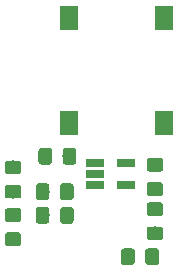
<source format=gbr>
G04 #@! TF.GenerationSoftware,KiCad,Pcbnew,(5.0.2)-1*
G04 #@! TF.CreationDate,2020-08-24T11:05:20+02:00*
G04 #@! TF.ProjectId,TinkerShieldPaddle,54696e6b-6572-4536-9869-656c64506164,rev?*
G04 #@! TF.SameCoordinates,Original*
G04 #@! TF.FileFunction,Paste,Bot*
G04 #@! TF.FilePolarity,Positive*
%FSLAX46Y46*%
G04 Gerber Fmt 4.6, Leading zero omitted, Abs format (unit mm)*
G04 Created by KiCad (PCBNEW (5.0.2)-1) date 24.08.2020 11:05:20*
%MOMM*%
%LPD*%
G01*
G04 APERTURE LIST*
%ADD10R,1.500000X2.000000*%
%ADD11C,0.100000*%
%ADD12C,1.150000*%
%ADD13R,1.560000X0.650000*%
G04 APERTURE END LIST*
D10*
G04 #@! TO.C,J3*
X164250000Y-130700000D03*
X156250000Y-130700000D03*
X156250000Y-121800000D03*
X164250000Y-121800000D03*
G04 #@! TD*
D11*
G04 #@! TO.C,D2*
G36*
X151974505Y-133876204D02*
X151998773Y-133879804D01*
X152022572Y-133885765D01*
X152045671Y-133894030D01*
X152067850Y-133904520D01*
X152088893Y-133917132D01*
X152108599Y-133931747D01*
X152126777Y-133948223D01*
X152143253Y-133966401D01*
X152157868Y-133986107D01*
X152170480Y-134007150D01*
X152180970Y-134029329D01*
X152189235Y-134052428D01*
X152195196Y-134076227D01*
X152198796Y-134100495D01*
X152200000Y-134124999D01*
X152200000Y-134775001D01*
X152198796Y-134799505D01*
X152195196Y-134823773D01*
X152189235Y-134847572D01*
X152180970Y-134870671D01*
X152170480Y-134892850D01*
X152157868Y-134913893D01*
X152143253Y-134933599D01*
X152126777Y-134951777D01*
X152108599Y-134968253D01*
X152088893Y-134982868D01*
X152067850Y-134995480D01*
X152045671Y-135005970D01*
X152022572Y-135014235D01*
X151998773Y-135020196D01*
X151974505Y-135023796D01*
X151950001Y-135025000D01*
X151049999Y-135025000D01*
X151025495Y-135023796D01*
X151001227Y-135020196D01*
X150977428Y-135014235D01*
X150954329Y-135005970D01*
X150932150Y-134995480D01*
X150911107Y-134982868D01*
X150891401Y-134968253D01*
X150873223Y-134951777D01*
X150856747Y-134933599D01*
X150842132Y-134913893D01*
X150829520Y-134892850D01*
X150819030Y-134870671D01*
X150810765Y-134847572D01*
X150804804Y-134823773D01*
X150801204Y-134799505D01*
X150800000Y-134775001D01*
X150800000Y-134124999D01*
X150801204Y-134100495D01*
X150804804Y-134076227D01*
X150810765Y-134052428D01*
X150819030Y-134029329D01*
X150829520Y-134007150D01*
X150842132Y-133986107D01*
X150856747Y-133966401D01*
X150873223Y-133948223D01*
X150891401Y-133931747D01*
X150911107Y-133917132D01*
X150932150Y-133904520D01*
X150954329Y-133894030D01*
X150977428Y-133885765D01*
X151001227Y-133879804D01*
X151025495Y-133876204D01*
X151049999Y-133875000D01*
X151950001Y-133875000D01*
X151974505Y-133876204D01*
X151974505Y-133876204D01*
G37*
D12*
X151500000Y-134450000D03*
D11*
G36*
X151974505Y-135926204D02*
X151998773Y-135929804D01*
X152022572Y-135935765D01*
X152045671Y-135944030D01*
X152067850Y-135954520D01*
X152088893Y-135967132D01*
X152108599Y-135981747D01*
X152126777Y-135998223D01*
X152143253Y-136016401D01*
X152157868Y-136036107D01*
X152170480Y-136057150D01*
X152180970Y-136079329D01*
X152189235Y-136102428D01*
X152195196Y-136126227D01*
X152198796Y-136150495D01*
X152200000Y-136174999D01*
X152200000Y-136825001D01*
X152198796Y-136849505D01*
X152195196Y-136873773D01*
X152189235Y-136897572D01*
X152180970Y-136920671D01*
X152170480Y-136942850D01*
X152157868Y-136963893D01*
X152143253Y-136983599D01*
X152126777Y-137001777D01*
X152108599Y-137018253D01*
X152088893Y-137032868D01*
X152067850Y-137045480D01*
X152045671Y-137055970D01*
X152022572Y-137064235D01*
X151998773Y-137070196D01*
X151974505Y-137073796D01*
X151950001Y-137075000D01*
X151049999Y-137075000D01*
X151025495Y-137073796D01*
X151001227Y-137070196D01*
X150977428Y-137064235D01*
X150954329Y-137055970D01*
X150932150Y-137045480D01*
X150911107Y-137032868D01*
X150891401Y-137018253D01*
X150873223Y-137001777D01*
X150856747Y-136983599D01*
X150842132Y-136963893D01*
X150829520Y-136942850D01*
X150819030Y-136920671D01*
X150810765Y-136897572D01*
X150804804Y-136873773D01*
X150801204Y-136849505D01*
X150800000Y-136825001D01*
X150800000Y-136174999D01*
X150801204Y-136150495D01*
X150804804Y-136126227D01*
X150810765Y-136102428D01*
X150819030Y-136079329D01*
X150829520Y-136057150D01*
X150842132Y-136036107D01*
X150856747Y-136016401D01*
X150873223Y-135998223D01*
X150891401Y-135981747D01*
X150911107Y-135967132D01*
X150932150Y-135954520D01*
X150954329Y-135944030D01*
X150977428Y-135935765D01*
X151001227Y-135929804D01*
X151025495Y-135926204D01*
X151049999Y-135925000D01*
X151950001Y-135925000D01*
X151974505Y-135926204D01*
X151974505Y-135926204D01*
G37*
D12*
X151500000Y-136500000D03*
G04 #@! TD*
D11*
G04 #@! TO.C,D1*
G36*
X151974505Y-139951204D02*
X151998773Y-139954804D01*
X152022572Y-139960765D01*
X152045671Y-139969030D01*
X152067850Y-139979520D01*
X152088893Y-139992132D01*
X152108599Y-140006747D01*
X152126777Y-140023223D01*
X152143253Y-140041401D01*
X152157868Y-140061107D01*
X152170480Y-140082150D01*
X152180970Y-140104329D01*
X152189235Y-140127428D01*
X152195196Y-140151227D01*
X152198796Y-140175495D01*
X152200000Y-140199999D01*
X152200000Y-140850001D01*
X152198796Y-140874505D01*
X152195196Y-140898773D01*
X152189235Y-140922572D01*
X152180970Y-140945671D01*
X152170480Y-140967850D01*
X152157868Y-140988893D01*
X152143253Y-141008599D01*
X152126777Y-141026777D01*
X152108599Y-141043253D01*
X152088893Y-141057868D01*
X152067850Y-141070480D01*
X152045671Y-141080970D01*
X152022572Y-141089235D01*
X151998773Y-141095196D01*
X151974505Y-141098796D01*
X151950001Y-141100000D01*
X151049999Y-141100000D01*
X151025495Y-141098796D01*
X151001227Y-141095196D01*
X150977428Y-141089235D01*
X150954329Y-141080970D01*
X150932150Y-141070480D01*
X150911107Y-141057868D01*
X150891401Y-141043253D01*
X150873223Y-141026777D01*
X150856747Y-141008599D01*
X150842132Y-140988893D01*
X150829520Y-140967850D01*
X150819030Y-140945671D01*
X150810765Y-140922572D01*
X150804804Y-140898773D01*
X150801204Y-140874505D01*
X150800000Y-140850001D01*
X150800000Y-140199999D01*
X150801204Y-140175495D01*
X150804804Y-140151227D01*
X150810765Y-140127428D01*
X150819030Y-140104329D01*
X150829520Y-140082150D01*
X150842132Y-140061107D01*
X150856747Y-140041401D01*
X150873223Y-140023223D01*
X150891401Y-140006747D01*
X150911107Y-139992132D01*
X150932150Y-139979520D01*
X150954329Y-139969030D01*
X150977428Y-139960765D01*
X151001227Y-139954804D01*
X151025495Y-139951204D01*
X151049999Y-139950000D01*
X151950001Y-139950000D01*
X151974505Y-139951204D01*
X151974505Y-139951204D01*
G37*
D12*
X151500000Y-140525000D03*
D11*
G36*
X151974505Y-137901204D02*
X151998773Y-137904804D01*
X152022572Y-137910765D01*
X152045671Y-137919030D01*
X152067850Y-137929520D01*
X152088893Y-137942132D01*
X152108599Y-137956747D01*
X152126777Y-137973223D01*
X152143253Y-137991401D01*
X152157868Y-138011107D01*
X152170480Y-138032150D01*
X152180970Y-138054329D01*
X152189235Y-138077428D01*
X152195196Y-138101227D01*
X152198796Y-138125495D01*
X152200000Y-138149999D01*
X152200000Y-138800001D01*
X152198796Y-138824505D01*
X152195196Y-138848773D01*
X152189235Y-138872572D01*
X152180970Y-138895671D01*
X152170480Y-138917850D01*
X152157868Y-138938893D01*
X152143253Y-138958599D01*
X152126777Y-138976777D01*
X152108599Y-138993253D01*
X152088893Y-139007868D01*
X152067850Y-139020480D01*
X152045671Y-139030970D01*
X152022572Y-139039235D01*
X151998773Y-139045196D01*
X151974505Y-139048796D01*
X151950001Y-139050000D01*
X151049999Y-139050000D01*
X151025495Y-139048796D01*
X151001227Y-139045196D01*
X150977428Y-139039235D01*
X150954329Y-139030970D01*
X150932150Y-139020480D01*
X150911107Y-139007868D01*
X150891401Y-138993253D01*
X150873223Y-138976777D01*
X150856747Y-138958599D01*
X150842132Y-138938893D01*
X150829520Y-138917850D01*
X150819030Y-138895671D01*
X150810765Y-138872572D01*
X150804804Y-138848773D01*
X150801204Y-138824505D01*
X150800000Y-138800001D01*
X150800000Y-138149999D01*
X150801204Y-138125495D01*
X150804804Y-138101227D01*
X150810765Y-138077428D01*
X150819030Y-138054329D01*
X150829520Y-138032150D01*
X150842132Y-138011107D01*
X150856747Y-137991401D01*
X150873223Y-137973223D01*
X150891401Y-137956747D01*
X150911107Y-137942132D01*
X150932150Y-137929520D01*
X150954329Y-137919030D01*
X150977428Y-137910765D01*
X151001227Y-137904804D01*
X151025495Y-137901204D01*
X151049999Y-137900000D01*
X151950001Y-137900000D01*
X151974505Y-137901204D01*
X151974505Y-137901204D01*
G37*
D12*
X151500000Y-138475000D03*
G04 #@! TD*
D11*
G04 #@! TO.C,C2*
G36*
X156624505Y-132801204D02*
X156648773Y-132804804D01*
X156672572Y-132810765D01*
X156695671Y-132819030D01*
X156717850Y-132829520D01*
X156738893Y-132842132D01*
X156758599Y-132856747D01*
X156776777Y-132873223D01*
X156793253Y-132891401D01*
X156807868Y-132911107D01*
X156820480Y-132932150D01*
X156830970Y-132954329D01*
X156839235Y-132977428D01*
X156845196Y-133001227D01*
X156848796Y-133025495D01*
X156850000Y-133049999D01*
X156850000Y-133950001D01*
X156848796Y-133974505D01*
X156845196Y-133998773D01*
X156839235Y-134022572D01*
X156830970Y-134045671D01*
X156820480Y-134067850D01*
X156807868Y-134088893D01*
X156793253Y-134108599D01*
X156776777Y-134126777D01*
X156758599Y-134143253D01*
X156738893Y-134157868D01*
X156717850Y-134170480D01*
X156695671Y-134180970D01*
X156672572Y-134189235D01*
X156648773Y-134195196D01*
X156624505Y-134198796D01*
X156600001Y-134200000D01*
X155949999Y-134200000D01*
X155925495Y-134198796D01*
X155901227Y-134195196D01*
X155877428Y-134189235D01*
X155854329Y-134180970D01*
X155832150Y-134170480D01*
X155811107Y-134157868D01*
X155791401Y-134143253D01*
X155773223Y-134126777D01*
X155756747Y-134108599D01*
X155742132Y-134088893D01*
X155729520Y-134067850D01*
X155719030Y-134045671D01*
X155710765Y-134022572D01*
X155704804Y-133998773D01*
X155701204Y-133974505D01*
X155700000Y-133950001D01*
X155700000Y-133049999D01*
X155701204Y-133025495D01*
X155704804Y-133001227D01*
X155710765Y-132977428D01*
X155719030Y-132954329D01*
X155729520Y-132932150D01*
X155742132Y-132911107D01*
X155756747Y-132891401D01*
X155773223Y-132873223D01*
X155791401Y-132856747D01*
X155811107Y-132842132D01*
X155832150Y-132829520D01*
X155854329Y-132819030D01*
X155877428Y-132810765D01*
X155901227Y-132804804D01*
X155925495Y-132801204D01*
X155949999Y-132800000D01*
X156600001Y-132800000D01*
X156624505Y-132801204D01*
X156624505Y-132801204D01*
G37*
D12*
X156275000Y-133500000D03*
D11*
G36*
X154574505Y-132801204D02*
X154598773Y-132804804D01*
X154622572Y-132810765D01*
X154645671Y-132819030D01*
X154667850Y-132829520D01*
X154688893Y-132842132D01*
X154708599Y-132856747D01*
X154726777Y-132873223D01*
X154743253Y-132891401D01*
X154757868Y-132911107D01*
X154770480Y-132932150D01*
X154780970Y-132954329D01*
X154789235Y-132977428D01*
X154795196Y-133001227D01*
X154798796Y-133025495D01*
X154800000Y-133049999D01*
X154800000Y-133950001D01*
X154798796Y-133974505D01*
X154795196Y-133998773D01*
X154789235Y-134022572D01*
X154780970Y-134045671D01*
X154770480Y-134067850D01*
X154757868Y-134088893D01*
X154743253Y-134108599D01*
X154726777Y-134126777D01*
X154708599Y-134143253D01*
X154688893Y-134157868D01*
X154667850Y-134170480D01*
X154645671Y-134180970D01*
X154622572Y-134189235D01*
X154598773Y-134195196D01*
X154574505Y-134198796D01*
X154550001Y-134200000D01*
X153899999Y-134200000D01*
X153875495Y-134198796D01*
X153851227Y-134195196D01*
X153827428Y-134189235D01*
X153804329Y-134180970D01*
X153782150Y-134170480D01*
X153761107Y-134157868D01*
X153741401Y-134143253D01*
X153723223Y-134126777D01*
X153706747Y-134108599D01*
X153692132Y-134088893D01*
X153679520Y-134067850D01*
X153669030Y-134045671D01*
X153660765Y-134022572D01*
X153654804Y-133998773D01*
X153651204Y-133974505D01*
X153650000Y-133950001D01*
X153650000Y-133049999D01*
X153651204Y-133025495D01*
X153654804Y-133001227D01*
X153660765Y-132977428D01*
X153669030Y-132954329D01*
X153679520Y-132932150D01*
X153692132Y-132911107D01*
X153706747Y-132891401D01*
X153723223Y-132873223D01*
X153741401Y-132856747D01*
X153761107Y-132842132D01*
X153782150Y-132829520D01*
X153804329Y-132819030D01*
X153827428Y-132810765D01*
X153851227Y-132804804D01*
X153875495Y-132801204D01*
X153899999Y-132800000D01*
X154550001Y-132800000D01*
X154574505Y-132801204D01*
X154574505Y-132801204D01*
G37*
D12*
X154225000Y-133500000D03*
G04 #@! TD*
D11*
G04 #@! TO.C,C3*
G36*
X163974505Y-135701204D02*
X163998773Y-135704804D01*
X164022572Y-135710765D01*
X164045671Y-135719030D01*
X164067850Y-135729520D01*
X164088893Y-135742132D01*
X164108599Y-135756747D01*
X164126777Y-135773223D01*
X164143253Y-135791401D01*
X164157868Y-135811107D01*
X164170480Y-135832150D01*
X164180970Y-135854329D01*
X164189235Y-135877428D01*
X164195196Y-135901227D01*
X164198796Y-135925495D01*
X164200000Y-135949999D01*
X164200000Y-136600001D01*
X164198796Y-136624505D01*
X164195196Y-136648773D01*
X164189235Y-136672572D01*
X164180970Y-136695671D01*
X164170480Y-136717850D01*
X164157868Y-136738893D01*
X164143253Y-136758599D01*
X164126777Y-136776777D01*
X164108599Y-136793253D01*
X164088893Y-136807868D01*
X164067850Y-136820480D01*
X164045671Y-136830970D01*
X164022572Y-136839235D01*
X163998773Y-136845196D01*
X163974505Y-136848796D01*
X163950001Y-136850000D01*
X163049999Y-136850000D01*
X163025495Y-136848796D01*
X163001227Y-136845196D01*
X162977428Y-136839235D01*
X162954329Y-136830970D01*
X162932150Y-136820480D01*
X162911107Y-136807868D01*
X162891401Y-136793253D01*
X162873223Y-136776777D01*
X162856747Y-136758599D01*
X162842132Y-136738893D01*
X162829520Y-136717850D01*
X162819030Y-136695671D01*
X162810765Y-136672572D01*
X162804804Y-136648773D01*
X162801204Y-136624505D01*
X162800000Y-136600001D01*
X162800000Y-135949999D01*
X162801204Y-135925495D01*
X162804804Y-135901227D01*
X162810765Y-135877428D01*
X162819030Y-135854329D01*
X162829520Y-135832150D01*
X162842132Y-135811107D01*
X162856747Y-135791401D01*
X162873223Y-135773223D01*
X162891401Y-135756747D01*
X162911107Y-135742132D01*
X162932150Y-135729520D01*
X162954329Y-135719030D01*
X162977428Y-135710765D01*
X163001227Y-135704804D01*
X163025495Y-135701204D01*
X163049999Y-135700000D01*
X163950001Y-135700000D01*
X163974505Y-135701204D01*
X163974505Y-135701204D01*
G37*
D12*
X163500000Y-136275000D03*
D11*
G36*
X163974505Y-133651204D02*
X163998773Y-133654804D01*
X164022572Y-133660765D01*
X164045671Y-133669030D01*
X164067850Y-133679520D01*
X164088893Y-133692132D01*
X164108599Y-133706747D01*
X164126777Y-133723223D01*
X164143253Y-133741401D01*
X164157868Y-133761107D01*
X164170480Y-133782150D01*
X164180970Y-133804329D01*
X164189235Y-133827428D01*
X164195196Y-133851227D01*
X164198796Y-133875495D01*
X164200000Y-133899999D01*
X164200000Y-134550001D01*
X164198796Y-134574505D01*
X164195196Y-134598773D01*
X164189235Y-134622572D01*
X164180970Y-134645671D01*
X164170480Y-134667850D01*
X164157868Y-134688893D01*
X164143253Y-134708599D01*
X164126777Y-134726777D01*
X164108599Y-134743253D01*
X164088893Y-134757868D01*
X164067850Y-134770480D01*
X164045671Y-134780970D01*
X164022572Y-134789235D01*
X163998773Y-134795196D01*
X163974505Y-134798796D01*
X163950001Y-134800000D01*
X163049999Y-134800000D01*
X163025495Y-134798796D01*
X163001227Y-134795196D01*
X162977428Y-134789235D01*
X162954329Y-134780970D01*
X162932150Y-134770480D01*
X162911107Y-134757868D01*
X162891401Y-134743253D01*
X162873223Y-134726777D01*
X162856747Y-134708599D01*
X162842132Y-134688893D01*
X162829520Y-134667850D01*
X162819030Y-134645671D01*
X162810765Y-134622572D01*
X162804804Y-134598773D01*
X162801204Y-134574505D01*
X162800000Y-134550001D01*
X162800000Y-133899999D01*
X162801204Y-133875495D01*
X162804804Y-133851227D01*
X162810765Y-133827428D01*
X162819030Y-133804329D01*
X162829520Y-133782150D01*
X162842132Y-133761107D01*
X162856747Y-133741401D01*
X162873223Y-133723223D01*
X162891401Y-133706747D01*
X162911107Y-133692132D01*
X162932150Y-133679520D01*
X162954329Y-133669030D01*
X162977428Y-133660765D01*
X163001227Y-133654804D01*
X163025495Y-133651204D01*
X163049999Y-133650000D01*
X163950001Y-133650000D01*
X163974505Y-133651204D01*
X163974505Y-133651204D01*
G37*
D12*
X163500000Y-134225000D03*
G04 #@! TD*
D13*
G04 #@! TO.C,U2*
X158400000Y-135950000D03*
X158400000Y-135000000D03*
X158400000Y-134050000D03*
X161100000Y-134050000D03*
X161100000Y-135950000D03*
G04 #@! TD*
D11*
G04 #@! TO.C,R7*
G36*
X156399505Y-137801204D02*
X156423773Y-137804804D01*
X156447572Y-137810765D01*
X156470671Y-137819030D01*
X156492850Y-137829520D01*
X156513893Y-137842132D01*
X156533599Y-137856747D01*
X156551777Y-137873223D01*
X156568253Y-137891401D01*
X156582868Y-137911107D01*
X156595480Y-137932150D01*
X156605970Y-137954329D01*
X156614235Y-137977428D01*
X156620196Y-138001227D01*
X156623796Y-138025495D01*
X156625000Y-138049999D01*
X156625000Y-138950001D01*
X156623796Y-138974505D01*
X156620196Y-138998773D01*
X156614235Y-139022572D01*
X156605970Y-139045671D01*
X156595480Y-139067850D01*
X156582868Y-139088893D01*
X156568253Y-139108599D01*
X156551777Y-139126777D01*
X156533599Y-139143253D01*
X156513893Y-139157868D01*
X156492850Y-139170480D01*
X156470671Y-139180970D01*
X156447572Y-139189235D01*
X156423773Y-139195196D01*
X156399505Y-139198796D01*
X156375001Y-139200000D01*
X155724999Y-139200000D01*
X155700495Y-139198796D01*
X155676227Y-139195196D01*
X155652428Y-139189235D01*
X155629329Y-139180970D01*
X155607150Y-139170480D01*
X155586107Y-139157868D01*
X155566401Y-139143253D01*
X155548223Y-139126777D01*
X155531747Y-139108599D01*
X155517132Y-139088893D01*
X155504520Y-139067850D01*
X155494030Y-139045671D01*
X155485765Y-139022572D01*
X155479804Y-138998773D01*
X155476204Y-138974505D01*
X155475000Y-138950001D01*
X155475000Y-138049999D01*
X155476204Y-138025495D01*
X155479804Y-138001227D01*
X155485765Y-137977428D01*
X155494030Y-137954329D01*
X155504520Y-137932150D01*
X155517132Y-137911107D01*
X155531747Y-137891401D01*
X155548223Y-137873223D01*
X155566401Y-137856747D01*
X155586107Y-137842132D01*
X155607150Y-137829520D01*
X155629329Y-137819030D01*
X155652428Y-137810765D01*
X155676227Y-137804804D01*
X155700495Y-137801204D01*
X155724999Y-137800000D01*
X156375001Y-137800000D01*
X156399505Y-137801204D01*
X156399505Y-137801204D01*
G37*
D12*
X156050000Y-138500000D03*
D11*
G36*
X154349505Y-137801204D02*
X154373773Y-137804804D01*
X154397572Y-137810765D01*
X154420671Y-137819030D01*
X154442850Y-137829520D01*
X154463893Y-137842132D01*
X154483599Y-137856747D01*
X154501777Y-137873223D01*
X154518253Y-137891401D01*
X154532868Y-137911107D01*
X154545480Y-137932150D01*
X154555970Y-137954329D01*
X154564235Y-137977428D01*
X154570196Y-138001227D01*
X154573796Y-138025495D01*
X154575000Y-138049999D01*
X154575000Y-138950001D01*
X154573796Y-138974505D01*
X154570196Y-138998773D01*
X154564235Y-139022572D01*
X154555970Y-139045671D01*
X154545480Y-139067850D01*
X154532868Y-139088893D01*
X154518253Y-139108599D01*
X154501777Y-139126777D01*
X154483599Y-139143253D01*
X154463893Y-139157868D01*
X154442850Y-139170480D01*
X154420671Y-139180970D01*
X154397572Y-139189235D01*
X154373773Y-139195196D01*
X154349505Y-139198796D01*
X154325001Y-139200000D01*
X153674999Y-139200000D01*
X153650495Y-139198796D01*
X153626227Y-139195196D01*
X153602428Y-139189235D01*
X153579329Y-139180970D01*
X153557150Y-139170480D01*
X153536107Y-139157868D01*
X153516401Y-139143253D01*
X153498223Y-139126777D01*
X153481747Y-139108599D01*
X153467132Y-139088893D01*
X153454520Y-139067850D01*
X153444030Y-139045671D01*
X153435765Y-139022572D01*
X153429804Y-138998773D01*
X153426204Y-138974505D01*
X153425000Y-138950001D01*
X153425000Y-138049999D01*
X153426204Y-138025495D01*
X153429804Y-138001227D01*
X153435765Y-137977428D01*
X153444030Y-137954329D01*
X153454520Y-137932150D01*
X153467132Y-137911107D01*
X153481747Y-137891401D01*
X153498223Y-137873223D01*
X153516401Y-137856747D01*
X153536107Y-137842132D01*
X153557150Y-137829520D01*
X153579329Y-137819030D01*
X153602428Y-137810765D01*
X153626227Y-137804804D01*
X153650495Y-137801204D01*
X153674999Y-137800000D01*
X154325001Y-137800000D01*
X154349505Y-137801204D01*
X154349505Y-137801204D01*
G37*
D12*
X154000000Y-138500000D03*
G04 #@! TD*
D11*
G04 #@! TO.C,R8*
G36*
X154349505Y-135801204D02*
X154373773Y-135804804D01*
X154397572Y-135810765D01*
X154420671Y-135819030D01*
X154442850Y-135829520D01*
X154463893Y-135842132D01*
X154483599Y-135856747D01*
X154501777Y-135873223D01*
X154518253Y-135891401D01*
X154532868Y-135911107D01*
X154545480Y-135932150D01*
X154555970Y-135954329D01*
X154564235Y-135977428D01*
X154570196Y-136001227D01*
X154573796Y-136025495D01*
X154575000Y-136049999D01*
X154575000Y-136950001D01*
X154573796Y-136974505D01*
X154570196Y-136998773D01*
X154564235Y-137022572D01*
X154555970Y-137045671D01*
X154545480Y-137067850D01*
X154532868Y-137088893D01*
X154518253Y-137108599D01*
X154501777Y-137126777D01*
X154483599Y-137143253D01*
X154463893Y-137157868D01*
X154442850Y-137170480D01*
X154420671Y-137180970D01*
X154397572Y-137189235D01*
X154373773Y-137195196D01*
X154349505Y-137198796D01*
X154325001Y-137200000D01*
X153674999Y-137200000D01*
X153650495Y-137198796D01*
X153626227Y-137195196D01*
X153602428Y-137189235D01*
X153579329Y-137180970D01*
X153557150Y-137170480D01*
X153536107Y-137157868D01*
X153516401Y-137143253D01*
X153498223Y-137126777D01*
X153481747Y-137108599D01*
X153467132Y-137088893D01*
X153454520Y-137067850D01*
X153444030Y-137045671D01*
X153435765Y-137022572D01*
X153429804Y-136998773D01*
X153426204Y-136974505D01*
X153425000Y-136950001D01*
X153425000Y-136049999D01*
X153426204Y-136025495D01*
X153429804Y-136001227D01*
X153435765Y-135977428D01*
X153444030Y-135954329D01*
X153454520Y-135932150D01*
X153467132Y-135911107D01*
X153481747Y-135891401D01*
X153498223Y-135873223D01*
X153516401Y-135856747D01*
X153536107Y-135842132D01*
X153557150Y-135829520D01*
X153579329Y-135819030D01*
X153602428Y-135810765D01*
X153626227Y-135804804D01*
X153650495Y-135801204D01*
X153674999Y-135800000D01*
X154325001Y-135800000D01*
X154349505Y-135801204D01*
X154349505Y-135801204D01*
G37*
D12*
X154000000Y-136500000D03*
D11*
G36*
X156399505Y-135801204D02*
X156423773Y-135804804D01*
X156447572Y-135810765D01*
X156470671Y-135819030D01*
X156492850Y-135829520D01*
X156513893Y-135842132D01*
X156533599Y-135856747D01*
X156551777Y-135873223D01*
X156568253Y-135891401D01*
X156582868Y-135911107D01*
X156595480Y-135932150D01*
X156605970Y-135954329D01*
X156614235Y-135977428D01*
X156620196Y-136001227D01*
X156623796Y-136025495D01*
X156625000Y-136049999D01*
X156625000Y-136950001D01*
X156623796Y-136974505D01*
X156620196Y-136998773D01*
X156614235Y-137022572D01*
X156605970Y-137045671D01*
X156595480Y-137067850D01*
X156582868Y-137088893D01*
X156568253Y-137108599D01*
X156551777Y-137126777D01*
X156533599Y-137143253D01*
X156513893Y-137157868D01*
X156492850Y-137170480D01*
X156470671Y-137180970D01*
X156447572Y-137189235D01*
X156423773Y-137195196D01*
X156399505Y-137198796D01*
X156375001Y-137200000D01*
X155724999Y-137200000D01*
X155700495Y-137198796D01*
X155676227Y-137195196D01*
X155652428Y-137189235D01*
X155629329Y-137180970D01*
X155607150Y-137170480D01*
X155586107Y-137157868D01*
X155566401Y-137143253D01*
X155548223Y-137126777D01*
X155531747Y-137108599D01*
X155517132Y-137088893D01*
X155504520Y-137067850D01*
X155494030Y-137045671D01*
X155485765Y-137022572D01*
X155479804Y-136998773D01*
X155476204Y-136974505D01*
X155475000Y-136950001D01*
X155475000Y-136049999D01*
X155476204Y-136025495D01*
X155479804Y-136001227D01*
X155485765Y-135977428D01*
X155494030Y-135954329D01*
X155504520Y-135932150D01*
X155517132Y-135911107D01*
X155531747Y-135891401D01*
X155548223Y-135873223D01*
X155566401Y-135856747D01*
X155586107Y-135842132D01*
X155607150Y-135829520D01*
X155629329Y-135819030D01*
X155652428Y-135810765D01*
X155676227Y-135804804D01*
X155700495Y-135801204D01*
X155724999Y-135800000D01*
X156375001Y-135800000D01*
X156399505Y-135801204D01*
X156399505Y-135801204D01*
G37*
D12*
X156050000Y-136500000D03*
G04 #@! TD*
D11*
G04 #@! TO.C,R2*
G36*
X163974505Y-137401204D02*
X163998773Y-137404804D01*
X164022572Y-137410765D01*
X164045671Y-137419030D01*
X164067850Y-137429520D01*
X164088893Y-137442132D01*
X164108599Y-137456747D01*
X164126777Y-137473223D01*
X164143253Y-137491401D01*
X164157868Y-137511107D01*
X164170480Y-137532150D01*
X164180970Y-137554329D01*
X164189235Y-137577428D01*
X164195196Y-137601227D01*
X164198796Y-137625495D01*
X164200000Y-137649999D01*
X164200000Y-138300001D01*
X164198796Y-138324505D01*
X164195196Y-138348773D01*
X164189235Y-138372572D01*
X164180970Y-138395671D01*
X164170480Y-138417850D01*
X164157868Y-138438893D01*
X164143253Y-138458599D01*
X164126777Y-138476777D01*
X164108599Y-138493253D01*
X164088893Y-138507868D01*
X164067850Y-138520480D01*
X164045671Y-138530970D01*
X164022572Y-138539235D01*
X163998773Y-138545196D01*
X163974505Y-138548796D01*
X163950001Y-138550000D01*
X163049999Y-138550000D01*
X163025495Y-138548796D01*
X163001227Y-138545196D01*
X162977428Y-138539235D01*
X162954329Y-138530970D01*
X162932150Y-138520480D01*
X162911107Y-138507868D01*
X162891401Y-138493253D01*
X162873223Y-138476777D01*
X162856747Y-138458599D01*
X162842132Y-138438893D01*
X162829520Y-138417850D01*
X162819030Y-138395671D01*
X162810765Y-138372572D01*
X162804804Y-138348773D01*
X162801204Y-138324505D01*
X162800000Y-138300001D01*
X162800000Y-137649999D01*
X162801204Y-137625495D01*
X162804804Y-137601227D01*
X162810765Y-137577428D01*
X162819030Y-137554329D01*
X162829520Y-137532150D01*
X162842132Y-137511107D01*
X162856747Y-137491401D01*
X162873223Y-137473223D01*
X162891401Y-137456747D01*
X162911107Y-137442132D01*
X162932150Y-137429520D01*
X162954329Y-137419030D01*
X162977428Y-137410765D01*
X163001227Y-137404804D01*
X163025495Y-137401204D01*
X163049999Y-137400000D01*
X163950001Y-137400000D01*
X163974505Y-137401204D01*
X163974505Y-137401204D01*
G37*
D12*
X163500000Y-137975000D03*
D11*
G36*
X163974505Y-139451204D02*
X163998773Y-139454804D01*
X164022572Y-139460765D01*
X164045671Y-139469030D01*
X164067850Y-139479520D01*
X164088893Y-139492132D01*
X164108599Y-139506747D01*
X164126777Y-139523223D01*
X164143253Y-139541401D01*
X164157868Y-139561107D01*
X164170480Y-139582150D01*
X164180970Y-139604329D01*
X164189235Y-139627428D01*
X164195196Y-139651227D01*
X164198796Y-139675495D01*
X164200000Y-139699999D01*
X164200000Y-140350001D01*
X164198796Y-140374505D01*
X164195196Y-140398773D01*
X164189235Y-140422572D01*
X164180970Y-140445671D01*
X164170480Y-140467850D01*
X164157868Y-140488893D01*
X164143253Y-140508599D01*
X164126777Y-140526777D01*
X164108599Y-140543253D01*
X164088893Y-140557868D01*
X164067850Y-140570480D01*
X164045671Y-140580970D01*
X164022572Y-140589235D01*
X163998773Y-140595196D01*
X163974505Y-140598796D01*
X163950001Y-140600000D01*
X163049999Y-140600000D01*
X163025495Y-140598796D01*
X163001227Y-140595196D01*
X162977428Y-140589235D01*
X162954329Y-140580970D01*
X162932150Y-140570480D01*
X162911107Y-140557868D01*
X162891401Y-140543253D01*
X162873223Y-140526777D01*
X162856747Y-140508599D01*
X162842132Y-140488893D01*
X162829520Y-140467850D01*
X162819030Y-140445671D01*
X162810765Y-140422572D01*
X162804804Y-140398773D01*
X162801204Y-140374505D01*
X162800000Y-140350001D01*
X162800000Y-139699999D01*
X162801204Y-139675495D01*
X162804804Y-139651227D01*
X162810765Y-139627428D01*
X162819030Y-139604329D01*
X162829520Y-139582150D01*
X162842132Y-139561107D01*
X162856747Y-139541401D01*
X162873223Y-139523223D01*
X162891401Y-139506747D01*
X162911107Y-139492132D01*
X162932150Y-139479520D01*
X162954329Y-139469030D01*
X162977428Y-139460765D01*
X163001227Y-139454804D01*
X163025495Y-139451204D01*
X163049999Y-139450000D01*
X163950001Y-139450000D01*
X163974505Y-139451204D01*
X163974505Y-139451204D01*
G37*
D12*
X163500000Y-140025000D03*
G04 #@! TD*
D11*
G04 #@! TO.C,R4*
G36*
X161574505Y-141301204D02*
X161598773Y-141304804D01*
X161622572Y-141310765D01*
X161645671Y-141319030D01*
X161667850Y-141329520D01*
X161688893Y-141342132D01*
X161708599Y-141356747D01*
X161726777Y-141373223D01*
X161743253Y-141391401D01*
X161757868Y-141411107D01*
X161770480Y-141432150D01*
X161780970Y-141454329D01*
X161789235Y-141477428D01*
X161795196Y-141501227D01*
X161798796Y-141525495D01*
X161800000Y-141549999D01*
X161800000Y-142450001D01*
X161798796Y-142474505D01*
X161795196Y-142498773D01*
X161789235Y-142522572D01*
X161780970Y-142545671D01*
X161770480Y-142567850D01*
X161757868Y-142588893D01*
X161743253Y-142608599D01*
X161726777Y-142626777D01*
X161708599Y-142643253D01*
X161688893Y-142657868D01*
X161667850Y-142670480D01*
X161645671Y-142680970D01*
X161622572Y-142689235D01*
X161598773Y-142695196D01*
X161574505Y-142698796D01*
X161550001Y-142700000D01*
X160899999Y-142700000D01*
X160875495Y-142698796D01*
X160851227Y-142695196D01*
X160827428Y-142689235D01*
X160804329Y-142680970D01*
X160782150Y-142670480D01*
X160761107Y-142657868D01*
X160741401Y-142643253D01*
X160723223Y-142626777D01*
X160706747Y-142608599D01*
X160692132Y-142588893D01*
X160679520Y-142567850D01*
X160669030Y-142545671D01*
X160660765Y-142522572D01*
X160654804Y-142498773D01*
X160651204Y-142474505D01*
X160650000Y-142450001D01*
X160650000Y-141549999D01*
X160651204Y-141525495D01*
X160654804Y-141501227D01*
X160660765Y-141477428D01*
X160669030Y-141454329D01*
X160679520Y-141432150D01*
X160692132Y-141411107D01*
X160706747Y-141391401D01*
X160723223Y-141373223D01*
X160741401Y-141356747D01*
X160761107Y-141342132D01*
X160782150Y-141329520D01*
X160804329Y-141319030D01*
X160827428Y-141310765D01*
X160851227Y-141304804D01*
X160875495Y-141301204D01*
X160899999Y-141300000D01*
X161550001Y-141300000D01*
X161574505Y-141301204D01*
X161574505Y-141301204D01*
G37*
D12*
X161225000Y-142000000D03*
D11*
G36*
X163624505Y-141301204D02*
X163648773Y-141304804D01*
X163672572Y-141310765D01*
X163695671Y-141319030D01*
X163717850Y-141329520D01*
X163738893Y-141342132D01*
X163758599Y-141356747D01*
X163776777Y-141373223D01*
X163793253Y-141391401D01*
X163807868Y-141411107D01*
X163820480Y-141432150D01*
X163830970Y-141454329D01*
X163839235Y-141477428D01*
X163845196Y-141501227D01*
X163848796Y-141525495D01*
X163850000Y-141549999D01*
X163850000Y-142450001D01*
X163848796Y-142474505D01*
X163845196Y-142498773D01*
X163839235Y-142522572D01*
X163830970Y-142545671D01*
X163820480Y-142567850D01*
X163807868Y-142588893D01*
X163793253Y-142608599D01*
X163776777Y-142626777D01*
X163758599Y-142643253D01*
X163738893Y-142657868D01*
X163717850Y-142670480D01*
X163695671Y-142680970D01*
X163672572Y-142689235D01*
X163648773Y-142695196D01*
X163624505Y-142698796D01*
X163600001Y-142700000D01*
X162949999Y-142700000D01*
X162925495Y-142698796D01*
X162901227Y-142695196D01*
X162877428Y-142689235D01*
X162854329Y-142680970D01*
X162832150Y-142670480D01*
X162811107Y-142657868D01*
X162791401Y-142643253D01*
X162773223Y-142626777D01*
X162756747Y-142608599D01*
X162742132Y-142588893D01*
X162729520Y-142567850D01*
X162719030Y-142545671D01*
X162710765Y-142522572D01*
X162704804Y-142498773D01*
X162701204Y-142474505D01*
X162700000Y-142450001D01*
X162700000Y-141549999D01*
X162701204Y-141525495D01*
X162704804Y-141501227D01*
X162710765Y-141477428D01*
X162719030Y-141454329D01*
X162729520Y-141432150D01*
X162742132Y-141411107D01*
X162756747Y-141391401D01*
X162773223Y-141373223D01*
X162791401Y-141356747D01*
X162811107Y-141342132D01*
X162832150Y-141329520D01*
X162854329Y-141319030D01*
X162877428Y-141310765D01*
X162901227Y-141304804D01*
X162925495Y-141301204D01*
X162949999Y-141300000D01*
X163600001Y-141300000D01*
X163624505Y-141301204D01*
X163624505Y-141301204D01*
G37*
D12*
X163275000Y-142000000D03*
G04 #@! TD*
M02*

</source>
